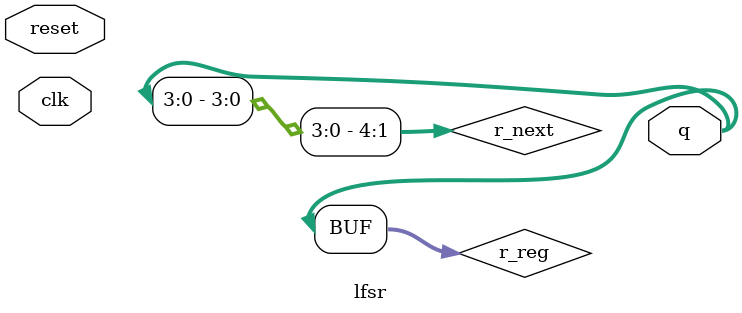
<source format=v>
module lfsr( 
    input clk,
    input reset,
    output [4:0] q
); 
reg [4:0] r_reg;
wire [4:0] r_next;
wire feedback_value;
// on reset set the value of r_reg to 1
// otherwise assign r_next to r_reg
// assign the xor of bit positions 2 and 4 of r_reg to feedback_value
// assign feedback concatenated with 4 most significant bits of r_reg to r_next
// assign r_reg to the output q
// always @(posedge clk or posedge reset)
// begin
// 	if(reset)
// 	begin
// 	r_reg <= 5'b000001;
// 	q <= 5'b000001;
// 	end
// 	else
// 	begin
// 	r_reg <= r_next;
// 	q <= {q[3:0],feedback_value};
// 	end
// end
assign r_next = {r_reg[3:0],feedback_value};
assign q = r_reg;
endmodule

</source>
